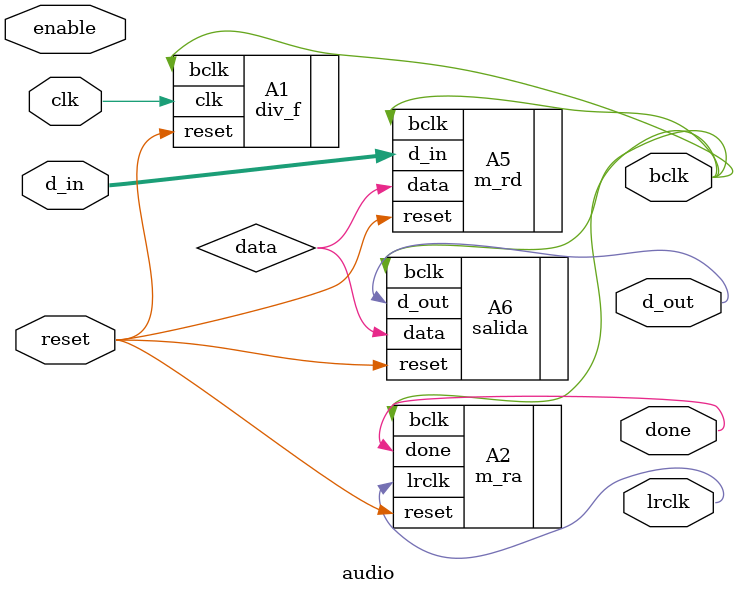
<source format=v>
module audio
 (//declaracion de variables
	input             clk,
	input		  enable,
	input      [15:0] d_in,
	input		  reset,
	output            bclk,
	output            lrclk,
	output            done,
	output      d_out

);

//Divisor de frecuencias
div_f A1(.clk(clk),.reset(reset),.bclk(bclk));

//Registro acumulador
m_ra A2(.reset(reset),.bclk(bclk),.lrclk(lrclk),.done(done));

//comparador
//m_c A3(.COUNT(COUNT),.COMPA(COMPA),.BCLK(BCLK));

//Registro LRCLK	
//m_lr A4(.RESET(RESET),.COMPA(COMPA),.LRCLK(LRCLK),.DONE(DONE));

//Registro de desplazamiento
m_rd A5(.reset(reset),.bclk(bclk),.d_in(d_in),.data(data));

//Registro de salida
salida A6(.reset(reset),.bclk(bclk),.data(data),.d_out(d_out));


endmodule

</source>
